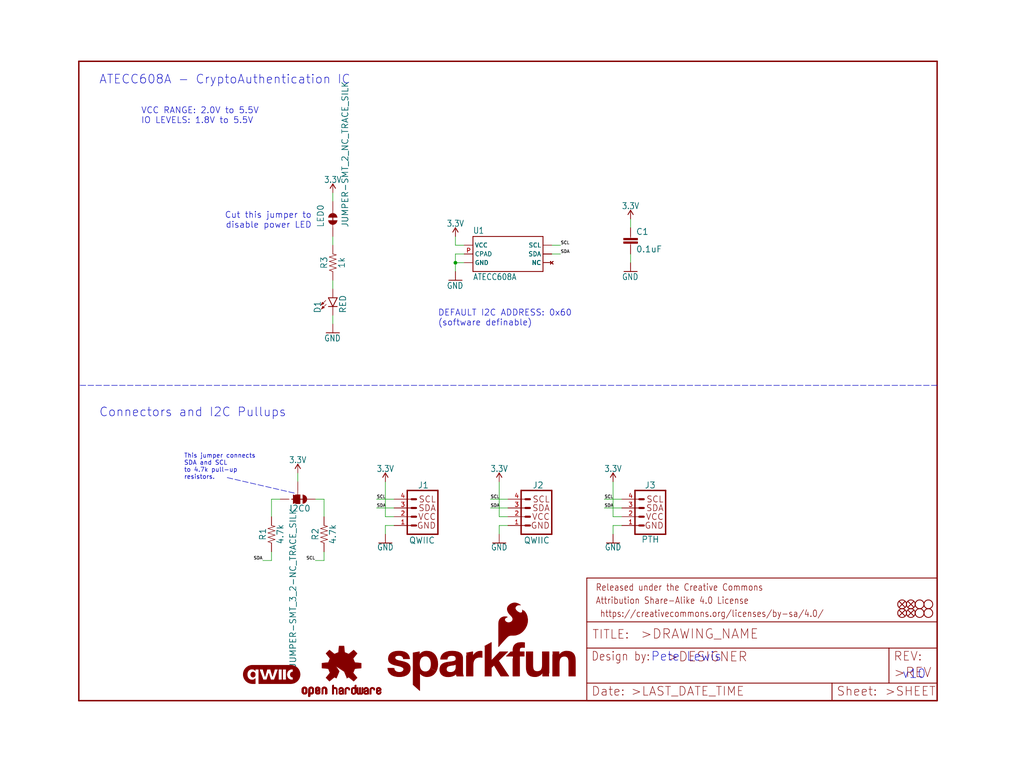
<source format=kicad_sch>
(kicad_sch (version 20211123) (generator eeschema)
  (paper "User" 297.002 223.926)
  (lib_symbols
    (symbol "eagleSchem-eagle-import:0.1UF-0603-25V-(+80{slash}-20%)"
      (property "Reference" "C" (at 1.524 2.921 0))
      (property "Value" "0.1UF-0603-25V-(+80{slash}-20%)" (at 1.524 -2.159 0))
      (symbol "0.1UF-0603-25V-(+80{slash}-20%)_1_0"
        (pin passive line (at 0 5.08 270) (length 2.54) (name "1") (number "1"))
        (pin passive line (at 0 -2.54 90) (length 2.54) (name "2") (number "2"))
      )
    )
    (symbol "eagleSchem-eagle-import:1KOHM-0603-1{slash}10W-1%"
      (property "Reference" "R" (at 0 1.524 0))
      (property "Value" "1KOHM-0603-1{slash}10W-1%" (at 0 -1.524 0))
      (symbol "1KOHM-0603-1{slash}10W-1%_1_0"
        (pin passive line (at -5.08 0 0) (length 2.54) (name "1") (number "1"))
        (pin passive line (at 5.08 0 180) (length 2.54) (name "2") (number "2"))
      )
    )
    (symbol "eagleSchem-eagle-import:3.3V" (power)
      (property "Value" "3.3V" (at 0 2.794 0))
      (symbol "3.3V_1_0"
        (pin power_in line (at 0 0 90) (length 2.54) (name "3.3V") (number "1"))
      )
    )
    (symbol "eagleSchem-eagle-import:4.7KOHM-0603-1{slash}10W-1%"
      (property "Reference" "R" (at 0 1.524 0))
      (property "Value" "4.7KOHM-0603-1{slash}10W-1%" (at 0 -1.524 0))
      (symbol "4.7KOHM-0603-1{slash}10W-1%_1_0"
        (pin passive line (at -5.08 0 0) (length 2.54) (name "1") (number "1"))
        (pin passive line (at 5.08 0 180) (length 2.54) (name "2") (number "2"))
      )
    )
    (symbol "eagleSchem-eagle-import:ATECC608ADUAL_PACKAGE_UDFN_SOIC-8"
      (property "Reference" "ECC" (at -10.16 5.842 0))
      (property "Value" "ATECC608ADUAL_PACKAGE_UDFN_SOIC-8" (at -10.16 -7.62 0))
      (symbol "ATECC608ADUAL_PACKAGE_UDFN_SOIC-8_1_0"
        (pin no_connect line (at 12.7 -2.54 180) (length 2.54) (name "NC") (number "1"))
        (pin no_connect line (at 12.7 -2.54 180) (length 2.54) (name "NC") (number "1S"))
        (pin no_connect line (at 12.7 -2.54 180) (length 2.54) (name "NC") (number "2"))
        (pin no_connect line (at 12.7 -2.54 180) (length 2.54) (name "NC") (number "2S"))
        (pin no_connect line (at 12.7 -2.54 180) (length 2.54) (name "NC") (number "3"))
        (pin no_connect line (at 12.7 -2.54 180) (length 2.54) (name "NC") (number "3S"))
        (pin power_in line (at -12.7 -2.54 0) (length 2.54) (name "GND") (number "4"))
        (pin power_in line (at -12.7 -2.54 0) (length 2.54) (name "GND") (number "4S"))
        (pin bidirectional line (at 12.7 0 180) (length 2.54) (name "SDA") (number "5"))
        (pin bidirectional line (at 12.7 0 180) (length 2.54) (name "SDA") (number "5S"))
        (pin bidirectional line (at 12.7 2.54 180) (length 2.54) (name "SCL") (number "6"))
        (pin bidirectional line (at 12.7 2.54 180) (length 2.54) (name "SCL") (number "6S"))
        (pin no_connect line (at 12.7 -2.54 180) (length 2.54) (name "NC") (number "7"))
        (pin no_connect line (at 12.7 -2.54 180) (length 2.54) (name "NC") (number "7S"))
        (pin power_in line (at -12.7 2.54 0) (length 2.54) (name "VCC") (number "8"))
        (pin power_in line (at -12.7 2.54 0) (length 2.54) (name "VCC") (number "8S"))
        (pin power_in line (at -12.7 0 0) (length 2.54) (name "CPAD") (number "P"))
      )
    )
    (symbol "eagleSchem-eagle-import:FIDUCIAL1X2")
    (symbol "eagleSchem-eagle-import:FRAME-LETTER"
      (symbol "FRAME-LETTER_2_0"
        (text " https://creativecommons.org/licenses/by-sa/4.0/" (at 2.54 24.13 0) (effects (font (size 1.9304 1.6408)) (justify left bottom)))
        (text ">DESIGNER" (at 23.114 11.176 0) (effects (font (size 2.7432 2.7432)) (justify left bottom)))
        (text ">DRAWING_NAME" (at 15.494 17.78 0) (effects (font (size 2.7432 2.7432)) (justify left bottom)))
        (text ">LAST_DATE_TIME" (at 12.7 1.27 0) (effects (font (size 2.54 2.54)) (justify left bottom)))
        (text ">REV" (at 88.9 6.604 0) (effects (font (size 2.7432 2.7432)) (justify left bottom)))
        (text ">SHEET" (at 86.36 1.27 0) (effects (font (size 2.54 2.54)) (justify left bottom)))
        (text "Attribution Share-Alike 4.0 License" (at 2.54 27.94 0) (effects (font (size 1.9304 1.6408)) (justify left bottom)))
        (text "Date:" (at 1.27 1.27 0) (effects (font (size 2.54 2.54)) (justify left bottom)))
        (text "Design by:" (at 1.27 11.43 0) (effects (font (size 2.54 2.159)) (justify left bottom)))
        (text "Released under the Creative Commons" (at 2.54 31.75 0) (effects (font (size 1.9304 1.6408)) (justify left bottom)))
        (text "REV:" (at 88.9 11.43 0) (effects (font (size 2.54 2.54)) (justify left bottom)))
        (text "Sheet:" (at 72.39 1.27 0) (effects (font (size 2.54 2.54)) (justify left bottom)))
        (text "TITLE:" (at 1.524 17.78 0) (effects (font (size 2.54 2.54)) (justify left bottom)))
      )
    )
    (symbol "eagleSchem-eagle-import:GND" (power)
      (property "Value" "GND" (at 0 -0.254 0))
      (symbol "GND_1_0"
        (pin power_in line (at 0 2.54 270) (length 2.54) (name "GND") (number "1"))
      )
    )
    (symbol "eagleSchem-eagle-import:I2C_STANDARDQWIIC"
      (property "Reference" "J" (at -5.08 7.874 0))
      (property "Value" "I2C_STANDARDQWIIC" (at -5.08 -5.334 0))
      (symbol "I2C_STANDARDQWIIC_1_0"
        (text "GND" (at -4.572 -2.54 0) (effects (font (size 1.778 1.778)) (justify left)))
        (text "SCL" (at -4.572 5.08 0) (effects (font (size 1.778 1.778)) (justify left)))
        (text "SDA" (at -4.572 2.54 0) (effects (font (size 1.778 1.778)) (justify left)))
        (text "VCC" (at -4.572 0 0) (effects (font (size 1.778 1.778)) (justify left)))
        (pin power_in line (at 7.62 -2.54 180) (length 5.08) (name "1") (number "1"))
        (pin power_in line (at 7.62 0 180) (length 5.08) (name "2") (number "2"))
        (pin passive line (at 7.62 2.54 180) (length 5.08) (name "3") (number "3"))
        (pin passive line (at 7.62 5.08 180) (length 5.08) (name "4") (number "4"))
      )
    )
    (symbol "eagleSchem-eagle-import:I2C_STANDARD_NO_SILK"
      (property "Reference" "J" (at -5.08 7.874 0))
      (property "Value" "I2C_STANDARD_NO_SILK" (at -5.08 -5.334 0))
      (symbol "I2C_STANDARD_NO_SILK_1_0"
        (text "GND" (at -4.572 -2.54 0) (effects (font (size 1.778 1.778)) (justify left)))
        (text "SCL" (at -4.572 5.08 0) (effects (font (size 1.778 1.778)) (justify left)))
        (text "SDA" (at -4.572 2.54 0) (effects (font (size 1.778 1.778)) (justify left)))
        (text "VCC" (at -4.572 0 0) (effects (font (size 1.778 1.778)) (justify left)))
        (pin power_in line (at 7.62 -2.54 180) (length 5.08) (name "1") (number "1"))
        (pin power_in line (at 7.62 0 180) (length 5.08) (name "2") (number "2"))
        (pin passive line (at 7.62 2.54 180) (length 5.08) (name "3") (number "3"))
        (pin passive line (at 7.62 5.08 180) (length 5.08) (name "4") (number "4"))
      )
    )
    (symbol "eagleSchem-eagle-import:JUMPER-SMT_2_NC_TRACE_SILK"
      (property "Reference" "JP" (at -2.54 2.54 0))
      (property "Value" "JUMPER-SMT_2_NC_TRACE_SILK" (at -2.54 -2.54 0))
      (symbol "JUMPER-SMT_2_NC_TRACE_SILK_1_0"
        (pin passive line (at -5.08 0 0) (length 2.54) (name "1") (number "1"))
        (pin passive line (at 5.08 0 180) (length 2.54) (name "2") (number "2"))
      )
    )
    (symbol "eagleSchem-eagle-import:JUMPER-SMT_3_2-NC_TRACE_SILK"
      (property "Reference" "JP" (at 2.54 0.381 0))
      (property "Value" "JUMPER-SMT_3_2-NC_TRACE_SILK" (at 2.54 -0.381 0))
      (symbol "JUMPER-SMT_3_2-NC_TRACE_SILK_1_0"
        (pin passive line (at 0 5.08 270) (length 2.54) (name "1") (number "1"))
        (pin passive line (at -5.08 0 0) (length 2.54) (name "2") (number "2"))
        (pin passive line (at 0 -5.08 90) (length 2.54) (name "3") (number "3"))
      )
    )
    (symbol "eagleSchem-eagle-import:LED-RED0603"
      (property "Reference" "D" (at -3.429 -4.572 90))
      (property "Value" "LED-RED0603" (at 1.905 -4.572 90))
      (symbol "LED-RED0603_1_0"
        (pin passive line (at 0 2.54 270) (length 2.54) (name "A") (number "A"))
        (pin passive line (at 0 -5.08 90) (length 2.54) (name "C") (number "C"))
      )
    )
    (symbol "eagleSchem-eagle-import:OSHW-LOGOS")
    (symbol "eagleSchem-eagle-import:QWIIC_LOGO_4MM")
    (symbol "eagleSchem-eagle-import:SFE_LOGO_NAME_FLAME.1_INCH")
    (symbol "eagleSchem-eagle-import:STAND-OFF")
  )
  (junction (at 132.08 76.2))
  (wire (pts (xy 147.32 152.4) (xy 144.78 152.4)))
  (wire (pts (xy 93.98 149.86) (xy 93.98 144.78)))
  (wire (pts (xy 93.98 162.56) (xy 91.44 162.56)))
  (wire (pts (xy 177.8 152.4) (xy 177.8 154.94)))
  (wire (pts (xy 96.52 91.44) (xy 96.52 93.98)))
  (wire (pts (xy 160.02 73.66) (xy 162.56 73.66)))
  (wire (pts (xy 180.34 144.78) (xy 175.26 144.78)))
  (wire (pts (xy 93.98 160.02) (xy 93.98 162.56)))
  (wire (pts (xy 182.88 66.04) (xy 182.88 63.5)))
  (wire (pts (xy 134.62 73.66) (xy 132.08 73.66)))
  (wire (pts (xy 93.98 144.78) (xy 91.44 144.78)))
  (wire (pts (xy 78.74 149.86) (xy 78.74 144.78)))
  (wire (pts (xy 114.3 152.4) (xy 111.76 152.4)))
  (wire (pts (xy 114.3 144.78) (xy 109.22 144.78)))
  (polyline (pts (xy 85.344 143.002) (xy 65.532 138.43)))
  (wire (pts (xy 111.76 152.4) (xy 111.76 154.94)))
  (wire (pts (xy 114.3 149.86) (xy 111.76 149.86)))
  (wire (pts (xy 114.3 147.32) (xy 109.22 147.32)))
  (wire (pts (xy 147.32 149.86) (xy 144.78 149.86)))
  (wire (pts (xy 78.74 160.02) (xy 78.74 162.56)))
  (wire (pts (xy 96.52 81.28) (xy 96.52 83.82)))
  (wire (pts (xy 134.62 76.2) (xy 132.08 76.2)))
  (wire (pts (xy 180.34 147.32) (xy 175.26 147.32)))
  (wire (pts (xy 132.08 76.2) (xy 132.08 78.74)))
  (wire (pts (xy 134.62 71.12) (xy 132.08 71.12)))
  (wire (pts (xy 177.8 149.86) (xy 177.8 139.7)))
  (wire (pts (xy 147.32 144.78) (xy 142.24 144.78)))
  (wire (pts (xy 144.78 149.86) (xy 144.78 139.7)))
  (wire (pts (xy 160.02 71.12) (xy 162.56 71.12)))
  (wire (pts (xy 76.2 162.56) (xy 78.74 162.56)))
  (wire (pts (xy 86.36 137.16) (xy 86.36 139.7)))
  (wire (pts (xy 96.52 55.88) (xy 96.52 58.42)))
  (wire (pts (xy 182.88 76.2) (xy 182.88 73.66)))
  (wire (pts (xy 180.34 149.86) (xy 177.8 149.86)))
  (wire (pts (xy 147.32 147.32) (xy 142.24 147.32)))
  (wire (pts (xy 96.52 68.58) (xy 96.52 71.12)))
  (wire (pts (xy 144.78 152.4) (xy 144.78 154.94)))
  (wire (pts (xy 132.08 71.12) (xy 132.08 68.58)))
  (wire (pts (xy 180.34 152.4) (xy 177.8 152.4)))
  (wire (pts (xy 111.76 149.86) (xy 111.76 139.7)))
  (wire (pts (xy 132.08 73.66) (xy 132.08 76.2)))
  (polyline (pts (xy 271.78 111.76) (xy 22.86 111.76)))
  (wire (pts (xy 78.74 144.78) (xy 81.28 144.78)))
  (text "Cut this jumper to\ndisable power LED" (at 90.424 61.468 180) (effects (font (size 1.778 1.778)) (justify right top)))
  (text "Pete Lewis" (at 188.722 192.024 180) (effects (font (size 2.54 2.54)) (justify left bottom)))
  (text "This jumper connects\nSDA and SCL\nto 4.7k pull-up\nresistors." (at 53.34 135.382 0) (effects (font (size 1.27 1.27)) (justify left)))
  (text "DEFAULT I2C ADDRESS: 0x60\n(software definable)" (at 127 94.742 180) (effects (font (size 1.778 1.778)) (justify left bottom)))
  (text "Connectors and I2C Pullups" (at 28.702 121.158 180) (effects (font (size 2.54 2.54)) (justify left bottom)))
  (text "v10" (at 261.62 195.58 180) (effects (font (size 2.54 2.54)) (justify left)))
  (text "VCC RANGE: 2.0V to 5.5V\nIO LEVELS: 1.8V to 5.5V" (at 40.894 36.068 180) (effects (font (size 1.778 1.778)) (justify left bottom)))
  (text "ATECC608A - CryptoAuthentication IC" (at 28.702 24.638 180) (effects (font (size 2.54 2.54)) (justify left bottom)))
  (label "SCL" (at 109.22 144.78 0) (effects (font (size 0.889 0.889))))
  (label "SCL" (at 142.24 144.78 0) (effects (font (size 0.889 0.889))))
  (label "SCL" (at 91.44 162.56 180) (effects (font (size 0.889 0.889))))
  (label "SDA" (at 109.22 147.32 0) (effects (font (size 0.889 0.889))))
  (label "SDA" (at 76.2 162.56 180) (effects (font (size 0.889 0.889))))
  (label "SCL" (at 162.56 71.12 0) (effects (font (size 0.889 0.889))))
  (label "SCL" (at 175.26 144.78 0) (effects (font (size 0.889 0.889))))
  (label "SDA" (at 162.56 73.66 0) (effects (font (size 0.889 0.889))))
  (label "SDA" (at 142.24 147.32 0) (effects (font (size 0.889 0.889))))
  (label "SDA" (at 175.26 147.32 0) (effects (font (size 0.889 0.889))))
  (symbol (lib_id "eagleSchem-eagle-import:FIDUCIAL1X2") (at 264.16 175.26 0) (unit 1)
    (property "Reference" "FD3" (effects hide))
    (property "Value" "FIDUCIAL1X2" (effects hide))
    (property "Footprint" "eagleSchem:FIDUCIAL-1X2" (effects hide))
  )
  (symbol (lib_id "eagleSchem-eagle-import:1KOHM-0603-1{slash}10W-1%") (at 96.52 76.2 90) (unit 1)
    (property "Reference" "R3" (at 94.996 76.2 0) (effects (font (size 1.778 1.778)) (justify bottom)))
    (property "Value" "1k" (at 98.044 76.2 0) (effects (font (size 1.778 1.778)) (justify top)))
    (property "Footprint" "eagleSchem:0603" (effects hide))
  )
  (symbol (lib_id "eagleSchem-eagle-import:FIDUCIAL1X2") (at 264.16 177.8 0) (unit 1)
    (property "Reference" "FD4" (effects hide))
    (property "Value" "FIDUCIAL1X2" (effects hide))
    (property "Footprint" "eagleSchem:FIDUCIAL-1X2" (effects hide))
  )
  (symbol (lib_id "eagleSchem-eagle-import:I2C_STANDARDQWIIC") (at 154.94 149.86 0) (mirror y) (unit 1)
    (property "Reference" "J2" (at 157.734 141.732 0) (effects (font (size 1.778 1.778)) (justify left bottom)))
    (property "Value" "QWIIC" (at 159.512 155.702 0) (effects (font (size 1.778 1.778)) (justify left top)))
    (property "Footprint" "eagleSchem:JST04_1MM_RA" (effects hide))
  )
  (symbol (lib_id "eagleSchem-eagle-import:3.3V") (at 86.36 137.16 0) (unit 1)
    (property "Reference" "#SUPPLY18" (effects hide))
    (property "Value" "3.3V" (at 86.36 134.366 0) (effects (font (size 1.778 1.5113)) (justify bottom)))
    (property "Footprint" "eagleSchem:" (effects hide))
  )
  (symbol (lib_id "eagleSchem-eagle-import:SFE_LOGO_NAME_FLAME.1_INCH") (at 111.76 200.66 0) (unit 1)
    (property "Reference" "LOGO1" (effects hide))
    (property "Value" "SFE_LOGO_NAME_FLAME.1_INCH" (effects hide))
    (property "Footprint" "eagleSchem:SFE_LOGO_NAME_FLAME_.1" (effects hide))
  )
  (symbol (lib_id "eagleSchem-eagle-import:FIDUCIAL1X2") (at 261.62 177.8 0) (unit 1)
    (property "Reference" "FD1" (effects hide))
    (property "Value" "FIDUCIAL1X2" (effects hide))
    (property "Footprint" "eagleSchem:FIDUCIAL-1X2" (effects hide))
  )
  (symbol (lib_id "eagleSchem-eagle-import:0.1UF-0603-25V-(+80{slash}-20%)") (at 182.88 71.12 0) (unit 1)
    (property "Reference" "C1" (at 184.404 68.199 0) (effects (font (size 1.778 1.778)) (justify left bottom)))
    (property "Value" "0.1uF" (at 184.404 73.279 0) (effects (font (size 1.778 1.778)) (justify left bottom)))
    (property "Footprint" "eagleSchem:0603" (effects hide))
  )
  (symbol (lib_id "eagleSchem-eagle-import:4.7KOHM-0603-1{slash}10W-1%") (at 93.98 154.94 90) (unit 1)
    (property "Reference" "R2" (at 92.456 154.94 0) (effects (font (size 1.778 1.778)) (justify bottom)))
    (property "Value" "4.7k" (at 95.504 154.94 0) (effects (font (size 1.778 1.778)) (justify top)))
    (property "Footprint" "eagleSchem:0603" (effects hide))
  )
  (symbol (lib_id "eagleSchem-eagle-import:3.3V") (at 177.8 139.7 0) (mirror y) (unit 1)
    (property "Reference" "#SUPPLY1" (effects hide))
    (property "Value" "3.3V" (at 177.8 136.906 0) (effects (font (size 1.778 1.5113)) (justify bottom)))
    (property "Footprint" "eagleSchem:" (effects hide))
  )
  (symbol (lib_id "eagleSchem-eagle-import:QWIIC_LOGO_4MM") (at 78.74 195.58 0) (unit 1)
    (property "Reference" "LOGO3" (effects hide))
    (property "Value" "QWIIC_LOGO_4MM" (effects hide))
    (property "Footprint" "eagleSchem:QWIIC_4MM" (effects hide))
  )
  (symbol (lib_id "eagleSchem-eagle-import:4.7KOHM-0603-1{slash}10W-1%") (at 78.74 154.94 90) (unit 1)
    (property "Reference" "R1" (at 77.216 154.94 0) (effects (font (size 1.778 1.778)) (justify bottom)))
    (property "Value" "4.7k" (at 80.264 154.94 0) (effects (font (size 1.778 1.778)) (justify top)))
    (property "Footprint" "eagleSchem:0603" (effects hide))
  )
  (symbol (lib_id "eagleSchem-eagle-import:LED-RED0603") (at 96.52 86.36 0) (unit 1)
    (property "Reference" "D1" (at 93.091 90.932 90) (effects (font (size 1.778 1.778)) (justify left bottom)))
    (property "Value" "RED" (at 98.425 90.932 90) (effects (font (size 1.778 1.778)) (justify left top)))
    (property "Footprint" "eagleSchem:LED-0603" (effects hide))
  )
  (symbol (lib_id "eagleSchem-eagle-import:FRAME-LETTER") (at 22.86 203.2 0) (unit 1)
    (property "Reference" "FRAME1" (effects hide))
    (property "Value" "FRAME-LETTER" (effects hide))
    (property "Footprint" "eagleSchem:CREATIVE_COMMONS" (effects hide))
  )
  (symbol (lib_id "eagleSchem-eagle-import:I2C_STANDARDQWIIC") (at 121.92 149.86 0) (mirror y) (unit 1)
    (property "Reference" "J1" (at 124.46 141.732 0) (effects (font (size 1.778 1.778)) (justify left bottom)))
    (property "Value" "QWIIC" (at 126.238 155.702 0) (effects (font (size 1.778 1.778)) (justify left top)))
    (property "Footprint" "eagleSchem:JST04_1MM_RA" (effects hide))
  )
  (symbol (lib_id "eagleSchem-eagle-import:GND") (at 144.78 157.48 0) (mirror y) (unit 1)
    (property "Reference" "#GND1" (effects hide))
    (property "Value" "GND" (at 144.78 157.734 0) (effects (font (size 1.778 1.5113)) (justify top)))
    (property "Footprint" "eagleSchem:" (effects hide))
  )
  (symbol (lib_id "eagleSchem-eagle-import:ATECC608ADUAL_PACKAGE_UDFN_SOIC-8") (at 147.32 73.66 0) (unit 1)
    (property "Reference" "U1" (at 137.16 67.818 0) (effects (font (size 1.778 1.5113)) (justify left bottom)))
    (property "Value" "ATECC608A" (at 137.16 81.28 0) (effects (font (size 1.778 1.5113)) (justify left bottom)))
    (property "Footprint" "eagleSchem:DUAL_UDFN_2X3MM_SOIC-8" (effects hide))
  )
  (symbol (lib_id "eagleSchem-eagle-import:I2C_STANDARD_NO_SILK") (at 187.96 149.86 0) (mirror y) (unit 1)
    (property "Reference" "J3" (at 190.246 141.732 0) (effects (font (size 1.778 1.778)) (justify left bottom)))
    (property "Value" "PTH" (at 191.262 155.448 0) (effects (font (size 1.778 1.778)) (justify left top)))
    (property "Footprint" "eagleSchem:1X04_NO_SILK" (effects hide))
  )
  (symbol (lib_id "eagleSchem-eagle-import:JUMPER-SMT_3_2-NC_TRACE_SILK") (at 86.36 144.78 270) (unit 1)
    (property "Reference" "I2C0" (at 83.82 148.463 90) (effects (font (size 1.778 1.778)) (justify left bottom)))
    (property "Value" "JUMPER-SMT_3_2-NC_TRACE_SILK" (at 85.979 147.32 0) (effects (font (size 1.778 1.778)) (justify left top)))
    (property "Footprint" "eagleSchem:SMT-JUMPER_3_2-NC_TRACE_SILK" (effects hide))
  )
  (symbol (lib_id "eagleSchem-eagle-import:3.3V") (at 144.78 139.7 0) (mirror y) (unit 1)
    (property "Reference" "#SUPPLY4" (effects hide))
    (property "Value" "3.3V" (at 144.78 136.906 0) (effects (font (size 1.778 1.5113)) (justify bottom)))
    (property "Footprint" "eagleSchem:" (effects hide))
  )
  (symbol (lib_id "eagleSchem-eagle-import:3.3V") (at 182.88 63.5 0) (unit 1)
    (property "Reference" "#SUPPLY14" (effects hide))
    (property "Value" "3.3V" (at 182.88 60.706 0) (effects (font (size 1.778 1.5113)) (justify bottom)))
    (property "Footprint" "eagleSchem:" (effects hide))
  )
  (symbol (lib_id "eagleSchem-eagle-import:GND") (at 132.08 81.28 0) (unit 1)
    (property "Reference" "#GND8" (effects hide))
    (property "Value" "GND" (at 129.54 83.82 0) (effects (font (size 1.778 1.5113)) (justify left bottom)))
    (property "Footprint" "eagleSchem:" (effects hide))
  )
  (symbol (lib_id "eagleSchem-eagle-import:GND") (at 111.76 157.48 0) (mirror y) (unit 1)
    (property "Reference" "#GND18" (effects hide))
    (property "Value" "GND" (at 111.76 157.734 0) (effects (font (size 1.778 1.5113)) (justify top)))
    (property "Footprint" "eagleSchem:" (effects hide))
  )
  (symbol (lib_id "eagleSchem-eagle-import:GND") (at 177.8 157.48 0) (mirror y) (unit 1)
    (property "Reference" "#GND4" (effects hide))
    (property "Value" "GND" (at 177.8 157.734 0) (effects (font (size 1.778 1.5113)) (justify top)))
    (property "Footprint" "eagleSchem:" (effects hide))
  )
  (symbol (lib_id "eagleSchem-eagle-import:3.3V") (at 132.08 68.58 0) (unit 1)
    (property "Reference" "#SUPPLY10" (effects hide))
    (property "Value" "3.3V" (at 132.08 65.786 0) (effects (font (size 1.778 1.5113)) (justify bottom)))
    (property "Footprint" "eagleSchem:" (effects hide))
  )
  (symbol (lib_id "eagleSchem-eagle-import:STAND-OFF") (at 269.24 177.8 0) (unit 1)
    (property "Reference" "H4" (effects hide))
    (property "Value" "STAND-OFF" (effects hide))
    (property "Footprint" "eagleSchem:STAND-OFF" (effects hide))
  )
  (symbol (lib_id "eagleSchem-eagle-import:GND") (at 182.88 78.74 0) (unit 1)
    (property "Reference" "#GND9" (effects hide))
    (property "Value" "GND" (at 180.34 81.28 0) (effects (font (size 1.778 1.5113)) (justify left bottom)))
    (property "Footprint" "eagleSchem:" (effects hide))
  )
  (symbol (lib_id "eagleSchem-eagle-import:STAND-OFF") (at 269.24 175.26 0) (unit 1)
    (property "Reference" "H3" (effects hide))
    (property "Value" "STAND-OFF" (effects hide))
    (property "Footprint" "eagleSchem:STAND-OFF" (effects hide))
  )
  (symbol (lib_id "eagleSchem-eagle-import:FIDUCIAL1X2") (at 261.62 175.26 0) (unit 1)
    (property "Reference" "FD2" (effects hide))
    (property "Value" "FIDUCIAL1X2" (effects hide))
    (property "Footprint" "eagleSchem:FIDUCIAL-1X2" (effects hide))
  )
  (symbol (lib_id "eagleSchem-eagle-import:3.3V") (at 96.52 55.88 0) (unit 1)
    (property "Reference" "#SUPPLY6" (effects hide))
    (property "Value" "3.3V" (at 96.52 53.086 0) (effects (font (size 1.778 1.5113)) (justify bottom)))
    (property "Footprint" "eagleSchem:" (effects hide))
  )
  (symbol (lib_id "eagleSchem-eagle-import:JUMPER-SMT_2_NC_TRACE_SILK") (at 96.52 63.5 90) (unit 1)
    (property "Reference" "LED0" (at 93.98 66.04 0) (effects (font (size 1.778 1.778)) (justify left bottom)))
    (property "Value" "JUMPER-SMT_2_NC_TRACE_SILK" (at 99.06 66.04 0) (effects (font (size 1.778 1.778)) (justify left top)))
    (property "Footprint" "eagleSchem:SMT-JUMPER_2_NC_TRACE_SILK" (effects hide))
  )
  (symbol (lib_id "eagleSchem-eagle-import:FRAME-LETTER") (at 170.18 203.2 0) (unit 2)
    (property "Reference" "FRAME1" (effects hide))
    (property "Value" "FRAME-LETTER" (effects hide))
    (property "Footprint" "eagleSchem:CREATIVE_COMMONS" (effects hide))
  )
  (symbol (lib_id "eagleSchem-eagle-import:GND") (at 96.52 96.52 0) (unit 1)
    (property "Reference" "#GND3" (effects hide))
    (property "Value" "GND" (at 93.98 99.06 0) (effects (font (size 1.778 1.5113)) (justify left bottom)))
    (property "Footprint" "eagleSchem:" (effects hide))
  )
  (symbol (lib_id "eagleSchem-eagle-import:OSHW-LOGOS") (at 99.06 193.04 0) (unit 1)
    (property "Reference" "LOGO4" (effects hide))
    (property "Value" "OSHW-LOGOS" (effects hide))
    (property "Footprint" "eagleSchem:OSHW-LOGO-S" (effects hide))
  )
  (symbol (lib_id "eagleSchem-eagle-import:STAND-OFF") (at 266.7 175.26 0) (unit 1)
    (property "Reference" "H1" (effects hide))
    (property "Value" "STAND-OFF" (effects hide))
    (property "Footprint" "eagleSchem:STAND-OFF" (effects hide))
  )
  (symbol (lib_id "eagleSchem-eagle-import:3.3V") (at 111.76 139.7 0) (mirror y) (unit 1)
    (property "Reference" "#SUPPLY21" (effects hide))
    (property "Value" "3.3V" (at 111.76 136.906 0) (effects (font (size 1.778 1.5113)) (justify bottom)))
    (property "Footprint" "eagleSchem:" (effects hide))
  )
  (symbol (lib_id "eagleSchem-eagle-import:STAND-OFF") (at 266.7 177.8 0) (unit 1)
    (property "Reference" "H2" (effects hide))
    (property "Value" "STAND-OFF" (effects hide))
    (property "Footprint" "eagleSchem:STAND-OFF" (effects hide))
  )
)
</source>
